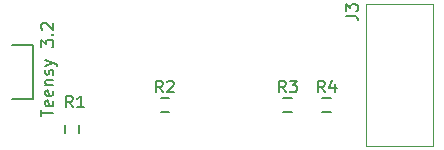
<source format=gto>
G04 #@! TF.FileFunction,Legend,Top*
%FSLAX46Y46*%
G04 Gerber Fmt 4.6, Leading zero omitted, Abs format (unit mm)*
G04 Created by KiCad (PCBNEW 4.0.1-3.201512221402+6198~38~ubuntu14.04.1-stable) date Wed 17 Aug 2016 03:48:48 PM PDT*
%MOMM*%
G01*
G04 APERTURE LIST*
%ADD10C,0.100000*%
%ADD11C,0.200000*%
%ADD12C,0.203200*%
%ADD13C,0.050000*%
%ADD14C,0.150000*%
G04 APERTURE END LIST*
D10*
D11*
X119634000Y-85344000D02*
X117856000Y-85344000D01*
X119634000Y-80772000D02*
X119634000Y-85344000D01*
X117856000Y-80772000D02*
X119634000Y-80772000D01*
D12*
X120347619Y-86819618D02*
X120347619Y-86239047D01*
X121363619Y-86529332D02*
X120347619Y-86529332D01*
X121315238Y-85513333D02*
X121363619Y-85610095D01*
X121363619Y-85803618D01*
X121315238Y-85900380D01*
X121218476Y-85948761D01*
X120831429Y-85948761D01*
X120734667Y-85900380D01*
X120686286Y-85803618D01*
X120686286Y-85610095D01*
X120734667Y-85513333D01*
X120831429Y-85464952D01*
X120928190Y-85464952D01*
X121024952Y-85948761D01*
X121315238Y-84642476D02*
X121363619Y-84739238D01*
X121363619Y-84932761D01*
X121315238Y-85029523D01*
X121218476Y-85077904D01*
X120831429Y-85077904D01*
X120734667Y-85029523D01*
X120686286Y-84932761D01*
X120686286Y-84739238D01*
X120734667Y-84642476D01*
X120831429Y-84594095D01*
X120928190Y-84594095D01*
X121024952Y-85077904D01*
X120686286Y-84158666D02*
X121363619Y-84158666D01*
X120783048Y-84158666D02*
X120734667Y-84110285D01*
X120686286Y-84013523D01*
X120686286Y-83868381D01*
X120734667Y-83771619D01*
X120831429Y-83723238D01*
X121363619Y-83723238D01*
X121315238Y-83287809D02*
X121363619Y-83191047D01*
X121363619Y-82997523D01*
X121315238Y-82900762D01*
X121218476Y-82852381D01*
X121170095Y-82852381D01*
X121073333Y-82900762D01*
X121024952Y-82997523D01*
X121024952Y-83142666D01*
X120976571Y-83239428D01*
X120879810Y-83287809D01*
X120831429Y-83287809D01*
X120734667Y-83239428D01*
X120686286Y-83142666D01*
X120686286Y-82997523D01*
X120734667Y-82900762D01*
X120686286Y-82513714D02*
X121363619Y-82271809D01*
X120686286Y-82029905D02*
X121363619Y-82271809D01*
X121605524Y-82368571D01*
X121653905Y-82416952D01*
X121702286Y-82513714D01*
X120347619Y-80965524D02*
X120347619Y-80336572D01*
X120734667Y-80675238D01*
X120734667Y-80530096D01*
X120783048Y-80433334D01*
X120831429Y-80384953D01*
X120928190Y-80336572D01*
X121170095Y-80336572D01*
X121266857Y-80384953D01*
X121315238Y-80433334D01*
X121363619Y-80530096D01*
X121363619Y-80820381D01*
X121315238Y-80917143D01*
X121266857Y-80965524D01*
X121266857Y-79901143D02*
X121315238Y-79852762D01*
X121363619Y-79901143D01*
X121315238Y-79949524D01*
X121266857Y-79901143D01*
X121363619Y-79901143D01*
X120444381Y-79465714D02*
X120396000Y-79417333D01*
X120347619Y-79320571D01*
X120347619Y-79078667D01*
X120396000Y-78981905D01*
X120444381Y-78933524D01*
X120541143Y-78885143D01*
X120637905Y-78885143D01*
X120783048Y-78933524D01*
X121363619Y-79514095D01*
X121363619Y-78885143D01*
D13*
X147808000Y-89333400D02*
X147808000Y-77333400D01*
X153558000Y-89333400D02*
X147808000Y-89333400D01*
X153558000Y-77333400D02*
X153558000Y-89333400D01*
X147808000Y-77333400D02*
X153558000Y-77333400D01*
D14*
X122336000Y-88246000D02*
X122336000Y-87546000D01*
X123536000Y-87546000D02*
X123536000Y-88246000D01*
X131172000Y-86452000D02*
X130472000Y-86452000D01*
X130472000Y-85252000D02*
X131172000Y-85252000D01*
X141562000Y-86452000D02*
X140862000Y-86452000D01*
X140862000Y-85252000D02*
X141562000Y-85252000D01*
X144864000Y-86452000D02*
X144164000Y-86452000D01*
X144164000Y-85252000D02*
X144864000Y-85252000D01*
X146136081Y-78311333D02*
X146850367Y-78311333D01*
X146993224Y-78358953D01*
X147088462Y-78454191D01*
X147136081Y-78597048D01*
X147136081Y-78692286D01*
X146136081Y-77930381D02*
X146136081Y-77311333D01*
X146517033Y-77644667D01*
X146517033Y-77501809D01*
X146564652Y-77406571D01*
X146612271Y-77358952D01*
X146707510Y-77311333D01*
X146945605Y-77311333D01*
X147040843Y-77358952D01*
X147088462Y-77406571D01*
X147136081Y-77501809D01*
X147136081Y-77787524D01*
X147088462Y-77882762D01*
X147040843Y-77930381D01*
X123023334Y-86050381D02*
X122690000Y-85574190D01*
X122451905Y-86050381D02*
X122451905Y-85050381D01*
X122832858Y-85050381D01*
X122928096Y-85098000D01*
X122975715Y-85145619D01*
X123023334Y-85240857D01*
X123023334Y-85383714D01*
X122975715Y-85478952D01*
X122928096Y-85526571D01*
X122832858Y-85574190D01*
X122451905Y-85574190D01*
X123975715Y-86050381D02*
X123404286Y-86050381D01*
X123690000Y-86050381D02*
X123690000Y-85050381D01*
X123594762Y-85193238D01*
X123499524Y-85288476D01*
X123404286Y-85336095D01*
X130643334Y-84780381D02*
X130310000Y-84304190D01*
X130071905Y-84780381D02*
X130071905Y-83780381D01*
X130452858Y-83780381D01*
X130548096Y-83828000D01*
X130595715Y-83875619D01*
X130643334Y-83970857D01*
X130643334Y-84113714D01*
X130595715Y-84208952D01*
X130548096Y-84256571D01*
X130452858Y-84304190D01*
X130071905Y-84304190D01*
X131024286Y-83875619D02*
X131071905Y-83828000D01*
X131167143Y-83780381D01*
X131405239Y-83780381D01*
X131500477Y-83828000D01*
X131548096Y-83875619D01*
X131595715Y-83970857D01*
X131595715Y-84066095D01*
X131548096Y-84208952D01*
X130976667Y-84780381D01*
X131595715Y-84780381D01*
X141057334Y-84780381D02*
X140724000Y-84304190D01*
X140485905Y-84780381D02*
X140485905Y-83780381D01*
X140866858Y-83780381D01*
X140962096Y-83828000D01*
X141009715Y-83875619D01*
X141057334Y-83970857D01*
X141057334Y-84113714D01*
X141009715Y-84208952D01*
X140962096Y-84256571D01*
X140866858Y-84304190D01*
X140485905Y-84304190D01*
X141390667Y-83780381D02*
X142009715Y-83780381D01*
X141676381Y-84161333D01*
X141819239Y-84161333D01*
X141914477Y-84208952D01*
X141962096Y-84256571D01*
X142009715Y-84351810D01*
X142009715Y-84589905D01*
X141962096Y-84685143D01*
X141914477Y-84732762D01*
X141819239Y-84780381D01*
X141533524Y-84780381D01*
X141438286Y-84732762D01*
X141390667Y-84685143D01*
X144359334Y-84780381D02*
X144026000Y-84304190D01*
X143787905Y-84780381D02*
X143787905Y-83780381D01*
X144168858Y-83780381D01*
X144264096Y-83828000D01*
X144311715Y-83875619D01*
X144359334Y-83970857D01*
X144359334Y-84113714D01*
X144311715Y-84208952D01*
X144264096Y-84256571D01*
X144168858Y-84304190D01*
X143787905Y-84304190D01*
X145216477Y-84113714D02*
X145216477Y-84780381D01*
X144978381Y-83732762D02*
X144740286Y-84447048D01*
X145359334Y-84447048D01*
M02*

</source>
